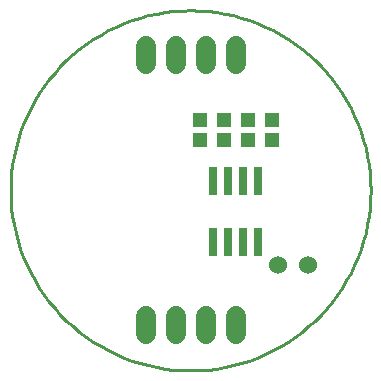
<source format=gbs>
G75*
G70*
%OFA0B0*%
%FSLAX24Y24*%
%IPPOS*%
%LPD*%
%AMOC8*
5,1,8,0,0,1.08239X$1,22.5*
%
%ADD10C,0.0100*%
%ADD11C,0.0680*%
%ADD12R,0.0316X0.0946*%
%ADD13R,0.0474X0.0513*%
%ADD14C,0.0600*%
D10*
X006151Y000151D02*
X006436Y000158D01*
X006721Y000178D01*
X007005Y000212D01*
X007287Y000259D01*
X007566Y000320D01*
X007841Y000394D01*
X008113Y000481D01*
X008381Y000581D01*
X008643Y000693D01*
X008900Y000818D01*
X009151Y000955D01*
X009395Y001103D01*
X009631Y001264D01*
X009860Y001435D01*
X010080Y001617D01*
X010291Y001809D01*
X010493Y002011D01*
X010685Y002222D01*
X010867Y002442D01*
X011038Y002671D01*
X011199Y002907D01*
X011347Y003151D01*
X011484Y003402D01*
X011609Y003659D01*
X011721Y003921D01*
X011821Y004189D01*
X011908Y004461D01*
X011982Y004736D01*
X012043Y005015D01*
X012090Y005297D01*
X012124Y005581D01*
X012144Y005866D01*
X012151Y006151D01*
X006151Y000151D02*
X005866Y000158D01*
X005581Y000178D01*
X005297Y000212D01*
X005015Y000259D01*
X004736Y000320D01*
X004461Y000394D01*
X004189Y000481D01*
X003921Y000581D01*
X003659Y000693D01*
X003402Y000818D01*
X003151Y000955D01*
X002907Y001103D01*
X002671Y001264D01*
X002442Y001435D01*
X002222Y001617D01*
X002011Y001809D01*
X001809Y002011D01*
X001617Y002222D01*
X001435Y002442D01*
X001264Y002671D01*
X001103Y002907D01*
X000955Y003151D01*
X000818Y003402D01*
X000693Y003659D01*
X000581Y003921D01*
X000481Y004189D01*
X000394Y004461D01*
X000320Y004736D01*
X000259Y005015D01*
X000212Y005297D01*
X000178Y005581D01*
X000158Y005866D01*
X000151Y006151D01*
X000158Y006436D01*
X000178Y006721D01*
X000212Y007005D01*
X000259Y007287D01*
X000320Y007566D01*
X000394Y007841D01*
X000481Y008113D01*
X000581Y008381D01*
X000693Y008643D01*
X000818Y008900D01*
X000955Y009151D01*
X001103Y009395D01*
X001264Y009631D01*
X001435Y009860D01*
X001617Y010080D01*
X001809Y010291D01*
X002011Y010493D01*
X002222Y010685D01*
X002442Y010867D01*
X002671Y011038D01*
X002907Y011199D01*
X003151Y011347D01*
X003402Y011484D01*
X003659Y011609D01*
X003921Y011721D01*
X004189Y011821D01*
X004461Y011908D01*
X004736Y011982D01*
X005015Y012043D01*
X005297Y012090D01*
X005581Y012124D01*
X005866Y012144D01*
X006151Y012151D01*
X006436Y012144D01*
X006721Y012124D01*
X007005Y012090D01*
X007287Y012043D01*
X007566Y011982D01*
X007841Y011908D01*
X008113Y011821D01*
X008381Y011721D01*
X008643Y011609D01*
X008900Y011484D01*
X009151Y011347D01*
X009395Y011199D01*
X009631Y011038D01*
X009860Y010867D01*
X010080Y010685D01*
X010291Y010493D01*
X010493Y010291D01*
X010685Y010080D01*
X010867Y009860D01*
X011038Y009631D01*
X011199Y009395D01*
X011347Y009151D01*
X011484Y008900D01*
X011609Y008643D01*
X011721Y008381D01*
X011821Y008113D01*
X011908Y007841D01*
X011982Y007566D01*
X012043Y007287D01*
X012090Y007005D01*
X012124Y006721D01*
X012144Y006436D01*
X012151Y006151D01*
D11*
X004651Y001951D02*
X004651Y001351D01*
X005651Y001351D02*
X005651Y001951D01*
X006651Y001951D02*
X006651Y001351D01*
X007651Y001351D02*
X007651Y001951D01*
X007651Y010351D02*
X007651Y010951D01*
X006651Y010951D02*
X006651Y010351D01*
X005651Y010351D02*
X005651Y010951D01*
X004651Y010951D02*
X004651Y010351D01*
D12*
X006901Y006475D03*
X007401Y006475D03*
X007901Y006475D03*
X008401Y006475D03*
X008401Y004428D03*
X007901Y004428D03*
X007401Y004428D03*
X006901Y004428D03*
D13*
X007251Y007817D03*
X007251Y008486D03*
X006451Y008486D03*
X006451Y007817D03*
X008051Y007817D03*
X008051Y008486D03*
X008851Y008486D03*
X008851Y007817D03*
D14*
X009051Y003651D03*
X010051Y003651D03*
M02*

</source>
